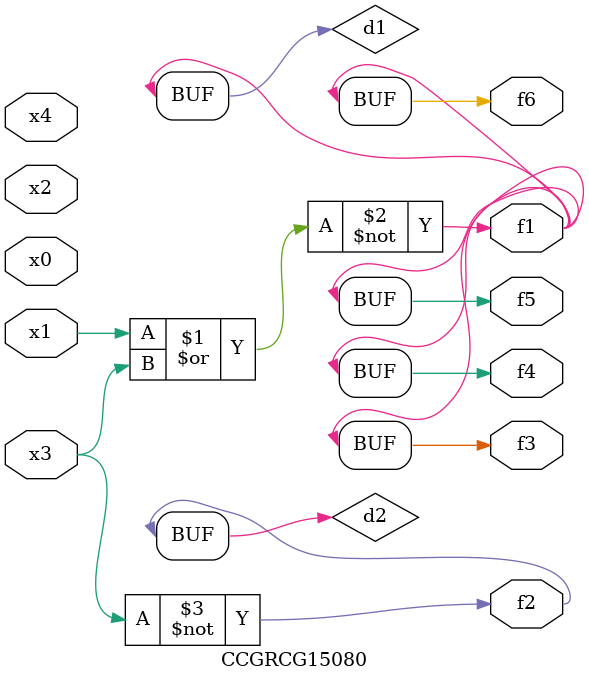
<source format=v>
module CCGRCG15080(
	input x0, x1, x2, x3, x4,
	output f1, f2, f3, f4, f5, f6
);

	wire d1, d2;

	nor (d1, x1, x3);
	not (d2, x3);
	assign f1 = d1;
	assign f2 = d2;
	assign f3 = d1;
	assign f4 = d1;
	assign f5 = d1;
	assign f6 = d1;
endmodule

</source>
